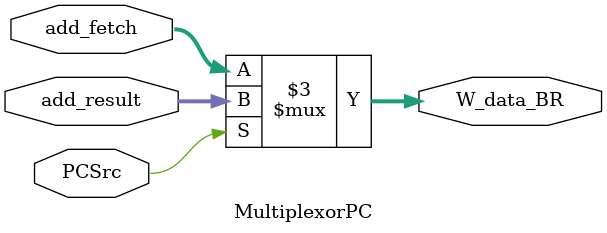
<source format=v>
module MultiplexorPC (
	input [31:0] add_fetch,
	input [31:0] add_result,
	input PCSrc,
	output reg [31:0] W_data_BR
);

always @* begin
	if (PCSrc) begin
		W_data_BR <= add_result;
	end
	else begin
		W_data_BR <= add_fetch;
	end
end

endmodule


</source>
